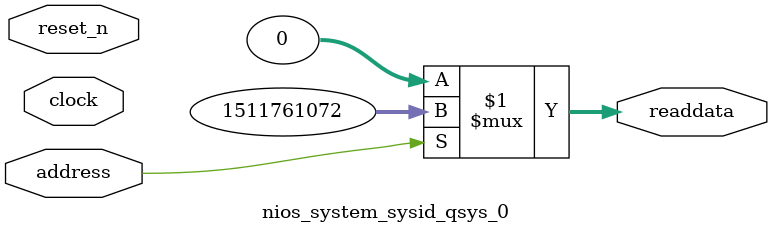
<source format=v>

`timescale 1ns / 1ps
// synthesis translate_on

// turn off superfluous verilog processor warnings 
// altera message_level Level1 
// altera message_off 10034 10035 10036 10037 10230 10240 10030 

module nios_system_sysid_qsys_0 (
               // inputs:
                address,
                clock,
                reset_n,

               // outputs:
                readdata
             )
;

  output  [ 31: 0] readdata;
  input            address;
  input            clock;
  input            reset_n;

  wire    [ 31: 0] readdata;
  //control_slave, which is an e_avalon_slave
  assign readdata = address ? 1511761072 : 0;

endmodule




</source>
